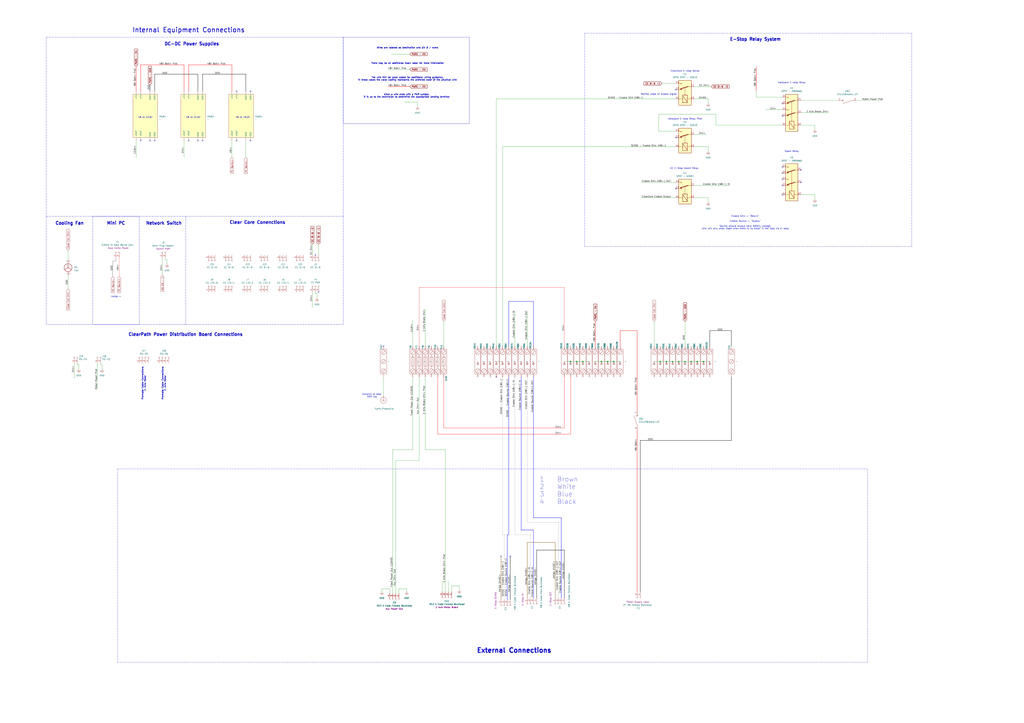
<source format=kicad_sch>
(kicad_sch (version 20231120) (generator "eeschema") (generator_version "8.0")
  (paper "A1")
  (lib_symbols
    (symbol "Connector:Conn_01x02_Socket" (pin_names (offset 1.016) hide)
      (property "Reference" "J" (at 0 2.54 0))
      (property "Value" "Conn_01x02_Socket" (at 0 -5.08 0))
      (symbol "Conn_01x02_Socket_1_1"
        (pin passive line (at -5.08 0 0) (length 3.81) (name "Pin_1") (number "1"))
        (pin passive line (at -5.08 -2.54 0) (length 3.81) (name "Pin_2") (number "2"))
      )
    )
    (symbol "Connector:Conn_01x03_Socket" (pin_names (offset 1.016) hide)
      (property "Reference" "J" (at 0 5.08 0))
      (property "Value" "Conn_01x03_Socket" (at 0 -5.08 0))
      (symbol "Conn_01x03_Socket_1_1"
        (pin passive line (at -5.08 2.54 0) (length 3.81) (name "Pin_1") (number "1"))
        (pin passive line (at -5.08 0 0) (length 3.81) (name "Pin_2") (number "2"))
        (pin passive line (at -5.08 -2.54 0) (length 3.81) (name "Pin_3") (number "3"))
      )
    )
    (symbol "Connector:Conn_01x04_Socket" (pin_names (offset 1.016) hide)
      (property "Reference" "J" (at 0 5.08 0))
      (property "Value" "Conn_01x04_Socket" (at 0 -7.62 0))
      (symbol "Conn_01x04_Socket_1_1"
        (pin passive line (at -5.08 2.54 0) (length 3.81) (name "Pin_1") (number "1"))
        (pin passive line (at -5.08 0 0) (length 3.81) (name "Pin_2") (number "2"))
        (pin passive line (at -5.08 -2.54 0) (length 3.81) (name "Pin_3") (number "3"))
        (pin passive line (at -5.08 -5.08 0) (length 3.81) (name "Pin_4") (number "4"))
      )
    )
    (symbol "Device:CircuitBreaker_1P"
      (property "Reference" "CB" (at 1.905 0 0))
      (property "Value" "CircuitBreaker_1P" (at 1.905 1.905 0))
      (symbol "CircuitBreaker_1P_1_1"
        (pin passive line (at 0 7.62 270) (length 2.54) (name "~") (number "1"))
        (pin passive line (at 0 -7.62 90) (length 2.54) (name "~") (number "2"))
      )
    )
    (symbol "Motor:Fan" (pin_names (offset 0))
      (property "Reference" "M" (at 2.54 5.08 0))
      (property "Value" "Fan" (at 2.54 -2.54 0))
      (symbol "Fan_1_1"
        (pin passive line (at 0 7.62 270) (length 2.54) (name "+") (number "1"))
        (pin passive line (at 0 -5.08 90) (length 2.54) (name "-") (number "2"))
      )
    )
    (symbol "PSA:Flex_Converter"
      (property "Reference" "PWR" (at 0 0.254 0))
      (symbol "Flex_Converter_1_1"
        (pin input line (at -7.62 20.32 270) (length 2.54) (name "+IN") (number ""))
        (pin input line (at -3.81 20.32 270) (length 2.54) (name "+IN") (number ""))
        (pin output line (at -7.62 -20.32 90) (length 2.54) (name "+OUT") (number ""))
        (pin output line (at -3.81 -20.32 90) (length 2.54) (name "+OUT") (number ""))
        (pin output line (at 3.81 -20.32 90) (length 2.54) (name "GND") (number ""))
        (pin input line (at 3.81 20.32 270) (length 2.54) (name "GND") (number ""))
        (pin output line (at 7.62 -20.32 90) (length 2.54) (name "GND") (number ""))
        (pin input line (at 7.62 20.32 270) (length 2.54) (name "GND") (number ""))
      )
    )
    (symbol "PSA:Fused_Terminal_Block" (pin_numbers hide) (pin_names (offset 0) hide)
      (property "Reference" "F" (at -1.905 12.065 90))
      (symbol "Fused_Terminal_Block_1_1"
        (pin passive line (at 0 -12.7 90) (length 2.54) (name "") (number ""))
        (pin passive line (at 0 12.7 270) (length 2.54) (name "") (number ""))
      )
    )
    (symbol "PSA:Grounding_Terminal_Block" (pin_numbers hide) (pin_names (offset 0) hide)
      (property "Reference" "GB" (at -1.905 12.065 90))
      (symbol "Grounding_Terminal_Block_1_1"
        (pin passive line (at 0 -12.7 90) (length 2.54) (name "") (number ""))
        (pin passive line (at 0 12.7 270) (length 2.54) (name "") (number ""))
      )
    )
    (symbol "PSA:Passthrough_Terminal_Block" (pin_numbers hide) (pin_names (offset 0) hide)
      (property "Reference" "TB" (at -2.54 12.7 90))
      (symbol "Passthrough_Terminal_Block_1_1"
        (pin passive line (at 0 -12.7 90) (length 2.54) (name "") (number ""))
        (pin passive line (at 0 12.7 270) (length 2.54) (name "") (number ""))
        (pin passive inverted (at 0 0 270) (length 2.54) (name "Jumper") (number ""))
      )
      (symbol "Passthrough_Terminal_Block_2_1"
        (pin passive line (at 0 -12.7 90) (length 2.54) (name "") (number ""))
        (pin passive line (at 0 12.7 270) (length 2.54) (name "") (number ""))
        (pin passive inverted (at 0 0 270) (length 2.54) (name "Jumper") (number "-UB"))
      )
      (symbol "Passthrough_Terminal_Block_3_1"
        (pin passive line (at 0 -12.7 90) (length 2.54) (name "") (number ""))
        (pin passive line (at 0 12.7 270) (length 2.54) (name "") (number ""))
        (pin passive inverted (at 0 0 270) (length 2.54) (name "Jumper") (number "-UC"))
      )
    )
    (symbol "Passthrough_Terminal_Block_1" (pin_numbers hide) (pin_names (offset 0) hide)
      (property "Reference" "TB1" (at -2.54 12.7 90))
      (property "Value" "~" (at 3.81 0 0))
      (symbol "Passthrough_Terminal_Block_1_1_1"
        (pin passive line (at 0 -12.7 90) (length 2.54) (name "") (number ""))
        (pin passive line (at 0 12.7 270) (length 2.54) (name "") (number ""))
        (pin passive inverted (at 0 0 270) (length 2.54) (name "Jumper") (number ""))
      )
      (symbol "Passthrough_Terminal_Block_1_2_1"
        (pin passive line (at 0 -12.7 90) (length 2.54) (name "") (number ""))
        (pin passive line (at 0 12.7 270) (length 2.54) (name "") (number ""))
        (pin passive inverted (at 0 0 270) (length 2.54) (name "Jumper") (number "-UB"))
      )
      (symbol "Passthrough_Terminal_Block_1_3_1"
        (pin passive line (at 0 -12.7 90) (length 2.54) (name "") (number ""))
        (pin passive line (at 0 12.7 270) (length 2.54) (name "") (number ""))
        (pin passive inverted (at 0 0 270) (length 2.54) (name "Jumper") (number "-UC"))
      )
    )
    (symbol "Passthrough_Terminal_Block_2" (pin_numbers hide) (pin_names (offset 0) hide)
      (property "Reference" "TB1" (at -2.54 12.7 90))
      (property "Value" "~" (at 3.81 0 0))
      (symbol "Passthrough_Terminal_Block_2_1_1"
        (pin passive line (at 0 -12.7 90) (length 2.54) (name "") (number ""))
        (pin passive line (at 0 12.7 270) (length 2.54) (name "") (number ""))
        (pin passive inverted (at 0 0 270) (length 2.54) (name "Jumper") (number ""))
      )
      (symbol "Passthrough_Terminal_Block_2_2_1"
        (pin passive line (at 0 -12.7 90) (length 2.54) (name "") (number ""))
        (pin passive line (at 0 12.7 270) (length 2.54) (name "") (number ""))
        (pin passive inverted (at 0 0 270) (length 2.54) (name "Jumper") (number "-UB"))
      )
      (symbol "Passthrough_Terminal_Block_2_3_1"
        (pin passive line (at 0 -12.7 90) (length 2.54) (name "") (number ""))
        (pin passive line (at 0 12.7 270) (length 2.54) (name "") (number ""))
        (pin passive inverted (at 0 0 270) (length 2.54) (name "Jumper") (number "-UC"))
      )
    )
    (symbol "Passthrough_Terminal_Block_3" (pin_numbers hide) (pin_names (offset 0) hide)
      (property "Reference" "TB1" (at -2.54 12.7 90))
      (property "Value" "~" (at 3.81 0 0))
      (symbol "Passthrough_Terminal_Block_3_1_1"
        (pin passive line (at 0 -12.7 90) (length 2.54) (name "") (number ""))
        (pin passive line (at 0 12.7 270) (length 2.54) (name "") (number ""))
        (pin passive inverted (at 0 0 270) (length 2.54) (name "Jumper") (number ""))
      )
      (symbol "Passthrough_Terminal_Block_3_2_1"
        (pin passive line (at 0 -12.7 90) (length 2.54) (name "") (number ""))
        (pin passive line (at 0 12.7 270) (length 2.54) (name "") (number ""))
        (pin passive inverted (at 0 0 270) (length 2.54) (name "Jumper") (number "-UB"))
      )
      (symbol "Passthrough_Terminal_Block_3_3_1"
        (pin passive line (at 0 -12.7 90) (length 2.54) (name "") (number ""))
        (pin passive line (at 0 12.7 270) (length 2.54) (name "") (number ""))
        (pin passive inverted (at 0 0 270) (length 2.54) (name "Jumper") (number "-UC"))
      )
    )
    (symbol "Relay:Relay_DPDT"
      (property "Reference" "K" (at 16.51 3.81 0))
      (property "Value" "Relay_DPDT" (at 16.51 1.27 0))
      (symbol "Relay_DPDT_1_1"
        (pin passive line (at 0 -7.62 90) (length 2.54) (name "~") (number "11"))
        (pin passive line (at -2.54 7.62 270) (length 2.54) (name "~") (number "12"))
        (pin passive line (at 2.54 7.62 270) (length 2.54) (name "~") (number "14"))
        (pin passive line (at 10.16 -7.62 90) (length 2.54) (name "~") (number "21"))
        (pin passive line (at 7.62 7.62 270) (length 2.54) (name "~") (number "22"))
        (pin passive line (at 12.7 7.62 270) (length 2.54) (name "~") (number "24"))
        (pin passive line (at -10.16 7.62 270) (length 2.54) (name "~") (number "A1"))
        (pin passive line (at -10.16 -7.62 90) (length 2.54) (name "~") (number "A2"))
      )
    )
    (symbol "Relay:Relay_SPDT"
      (property "Reference" "K" (at 11.43 3.81 0))
      (property "Value" "Relay_SPDT" (at 11.43 1.27 0))
      (symbol "Relay_SPDT_1_1"
        (pin passive line (at 5.08 -7.62 90) (length 2.54) (name "~") (number "11"))
        (pin passive line (at 2.54 7.62 270) (length 2.54) (name "~") (number "12"))
        (pin passive line (at 7.62 7.62 270) (length 2.54) (name "~") (number "14"))
        (pin passive line (at -5.08 7.62 270) (length 2.54) (name "~") (number "A1"))
        (pin passive line (at -5.08 -7.62 90) (length 2.54) (name "~") (number "A2"))
      )
    )
    (symbol "power:Earth_Protective" (power) (pin_numbers hide) (pin_names (offset 0) hide)
      (property "Value" "Earth_Protective" (at 0 -7.62 0))
      (symbol "Earth_Protective_1_1"
        (pin power_in line (at 0 0 270) (length 0) (name "~") (number "1"))
      )
    )
    (symbol "power:GND" (power) (pin_numbers hide) (pin_names (offset 0) hide)
      (property "Value" "GND" (at 0 -3.81 0))
      (symbol "GND_1_1"
        (pin power_in line (at 0 0 270) (length 0) (name "~") (number "1"))
      )
    )
  )
  (junction (at 468.63 297.18))
  (junction (at 562.61 297.18))
  (junction (at 552.45 297.18))
  (junction (at 577.85 297.18))
  (junction (at 572.77 297.18))
  (junction (at 567.69 297.18))
  (junction (at 473.71 297.18))
  (junction (at 499.11 297.18))
  (junction (at 478.79 297.18))
  (junction (at 542.29 297.18))
  (junction (at 494.03 297.18))
  (junction (at 547.37 297.18))
  (junction (at 557.53 297.18))
  (junction (at 504.19 297.18))
  (no_connect (at 115.57 115.57))
  (no_connect (at 166.37 115.57))
  (no_connect (at 411.48 457.2))
  (no_connect (at 554.99 154.94))
  (no_connect (at 194.31 74.93))
  (no_connect (at 205.74 74.93))
  (no_connect (at 642.62 147.32))
  (no_connect (at 162.56 115.57))
  (no_connect (at 419.1 457.2))
  (no_connect (at 642.62 85.09))
  (no_connect (at 657.86 139.7))
  (no_connect (at 657.86 149.86))
  (no_connect (at 314.96 284.48))
  (no_connect (at 642.62 152.4))
  (no_connect (at 123.19 115.57))
  (no_connect (at 194.31 115.57))
  (no_connect (at 554.99 73.66))
  (no_connect (at 642.62 160.02))
  (no_connect (at 261.62 240.03))
  (no_connect (at 554.99 113.03))
  (no_connect (at 642.62 95.25))
  (no_connect (at 205.74 115.57))
  (no_connect (at 642.62 137.16))
  (no_connect (at 259.08 209.55))
  (no_connect (at 154.94 115.57))
  (no_connect (at 127 115.57))
  (no_connect (at 642.62 142.24))
  (no_connect (at 407.67 309.88))
  (wire (pts (xy 570.23 152.4) (xy 599.44 152.4)))
  (wire (pts (xy 127 60.96) (xy 127 74.93)) (stroke (width 0.254) (color 0 0 0 1)))
  (wire (pts (xy 55.88 205.74) (xy 55.88 213.36)))
  (polyline (pts (xy 152.4 177.8) (xy 152.4 266.7)) (stroke (width 0) (type dash)))
  (wire (pts (xy 359.41 356.87) (xy 468.63 356.87)) (stroke (width 0.2032) (color 255 0 0 1)))
  (wire (pts (xy 63.5 299.72) (xy 64.77 299.72)))
  (wire (pts (xy 97.79 227.33) (xy 97.79 212.09)) (stroke (width 0.127) (color 255 0 0 1)))
  (polyline (pts (xy 712.47 385.445) (xy 712.47 544.195)) (stroke (width 0) (type dash)))
  (wire (pts (xy 327.66 483.87) (xy 327.66 487.68)))
  (wire (pts (xy 55.88 226.06) (xy 55.88 237.49)))
  (wire (pts (xy 321.31 44.45) (xy 336.55 44.45)))
  (wire (pts (xy 468.63 297.18) (xy 473.71 297.18)))
  (wire (pts (xy 600.71 284.48) (xy 600.71 271.78)) (stroke (width 0.254) (color 0 0 0 1)))
  (polyline (pts (xy 152.4 266.7) (xy 76.2 266.7)) (stroke (width 0) (type dash)))
  (wire (pts (xy 458.47 429.26) (xy 433.07 429.26)) (stroke (width 0.254) (type dot) (color 0 0 0 1)))
  (wire (pts (xy 256.54 200.66) (xy 256.54 209.55)))
  (wire (pts (xy 359.41 309.88) (xy 359.41 356.87)) (stroke (width 0.2032) (color 255 0 0 1)))
  (wire (pts (xy 562.61 264.16) (xy 562.61 284.48)))
  (wire (pts (xy 588.01 102.87) (xy 588.01 93.98)))
  (polyline (pts (xy 281.94 177.8) (xy 281.94 266.7)) (stroke (width 0) (type dash)))
  (wire (pts (xy 407.67 284.48) (xy 407.67 81.28)))
  (wire (pts (xy 525.78 361.95) (xy 525.78 486.41)) (stroke (width 0.254) (color 0 0 0 1)))
  (wire (pts (xy 162.56 74.93) (xy 162.56 60.96)) (stroke (width 0.254) (color 0 0 0 1)))
  (wire (pts (xy 256.54 240.03) (xy 256.54 252.73)))
  (wire (pts (xy 557.53 297.18) (xy 562.61 297.18)))
  (wire (pts (xy 349.25 254) (xy 349.25 284.48)))
  (wire (pts (xy 111.76 115.57) (xy 111.76 129.54)))
  (wire (pts (xy 201.93 60.96) (xy 166.37 60.96)) (stroke (width 0.254) (color 0 0 0 1)))
  (wire (pts (xy 344.17 284.48) (xy 344.17 236.22)) (stroke (width 0) (color 255 0 0 1)))
  (wire (pts (xy 80.01 298.45) (xy 80.01 320.04)))
  (wire (pts (xy 473.71 297.18) (xy 478.79 297.18)))
  (wire (pts (xy 570.23 81.28) (xy 581.66 81.28)))
  (wire (pts (xy 504.19 297.18) (xy 509.27 297.18)))
  (wire (pts (xy 543.56 68.58) (xy 554.99 68.58)))
  (polyline (pts (xy 38.1 177.8) (xy 38.1 266.7)) (stroke (width 0) (type dash)))
  (wire (pts (xy 83.82 299.72) (xy 83.82 303.53)))
  (wire (pts (xy 414.02 439.42) (xy 412.75 439.42)) (stroke (width 0.254) (type dot) (color 0 0 0 1)))
  (wire (pts (xy 463.55 351.79) (xy 364.49 351.79)) (stroke (width 0.2032) (color 255 0 0 1)))
  (wire (pts (xy 433.07 445.77) (xy 455.93 445.77)) (stroke (width 0.254) (color 128 77 0 1)))
  (wire (pts (xy 582.93 271.78) (xy 582.93 284.48)) (stroke (width 0.254) (color 0 0 0 1)))
  (wire (pts (xy 527.05 149.86) (xy 554.99 149.86)))
  (wire (pts (xy 115.57 53.34) (xy 151.13 53.34)) (stroke (width 0.254) (color 255 0 0 1)))
  (wire (pts (xy 600.71 309.88) (xy 600.71 361.95)) (stroke (width 0.254) (color 0 0 0 1)))
  (polyline (pts (xy 38.1 30.48) (xy 38.1 177.8)) (stroke (width 0) (type dash)))
  (wire (pts (xy 201.93 74.93) (xy 201.93 60.96)) (stroke (width 0.254) (color 0 0 0 1)))
  (wire (pts (xy 82.55 298.45) (xy 82.55 299.72)))
  (wire (pts (xy 523.24 271.78) (xy 523.24 337.82)) (stroke (width 0.254) (color 255 0 0 1)))
  (wire (pts (xy 416.56 439.42) (xy 416.56 492.76)) (stroke (width 0.254) (color 0 0 255 1)))
  (wire (pts (xy 581.66 81.28) (xy 581.66 85.09)))
  (wire (pts (xy 318.77 57.15) (xy 336.55 57.15)))
  (polyline (pts (xy 96.52 385.445) (xy 96.52 544.195)) (stroke (width 0) (type dash)))
  (wire (pts (xy 92.71 214.63) (xy 92.71 227.33)) (stroke (width 0.127) (color 0 0 0 1)))
  (wire (pts (xy 344.17 236.22) (xy 463.55 236.22)) (stroke (width 0) (color 255 0 0 1)))
  (wire (pts (xy 570.23 110.49) (xy 580.39 110.49)))
  (wire (pts (xy 412.75 309.88) (xy 412.75 439.42)) (stroke (width 0.254) (type dot) (color 0 0 0 1)))
  (wire (pts (xy 154.94 53.34) (xy 154.94 74.93)) (stroke (width 0.254) (color 255 0 0 1)))
  (polyline (pts (xy 114.3 177.8) (xy 114.3 266.7)) (stroke (width 0) (type dash)))
  (wire (pts (xy 463.55 309.88) (xy 463.55 351.79)) (stroke (width 0.2032) (color 255 0 0 1)))
  (polyline (pts (xy 281.94 177.8) (xy 281.94 30.48)) (stroke (width 0) (type dash)))
  (wire (pts (xy 190.5 53.34) (xy 190.5 74.93)) (stroke (width 0.254) (color 255 0 0 1)))
  (wire (pts (xy 433.07 445.77) (xy 433.07 491.49)) (stroke (width 0.254) (color 128 77 0 1)))
  (polyline (pts (xy 712.47 544.195) (xy 96.52 544.195)) (stroke (width 0) (type dash)))
  (wire (pts (xy 537.21 264.16) (xy 537.21 284.48)))
  (wire (pts (xy 412.75 120.65) (xy 554.99 120.65)))
  (wire (pts (xy 433.07 429.26) (xy 433.07 309.88)) (stroke (width 0.254) (type dot) (color 0 0 0 1)))
  (polyline (pts (xy 281.94 30.48) (xy 38.1 30.48)) (stroke (width 0) (type dash)))
  (wire (pts (xy 669.29 160.02) (xy 669.29 163.83)))
  (wire (pts (xy 137.16 213.36) (xy 137.16 217.17)))
  (wire (pts (xy 523.24 353.06) (xy 523.24 486.41)) (stroke (width 0.254) (color 255 0 0 1)))
  (wire (pts (xy 422.91 439.42) (xy 422.91 309.88)) (stroke (width 0.254) (type dot) (color 0 0 0 1)))
  (wire (pts (xy 135.89 213.36) (xy 137.16 213.36)))
  (wire (pts (xy 111.76 54.61) (xy 111.76 74.93)) (stroke (width 0.254) (color 255 0 0 1)))
  (wire (pts (xy 320.04 483.87) (xy 320.04 487.68)))
  (wire (pts (xy 259.08 241.3) (xy 260.35 241.3)))
  (wire (pts (xy 414.02 439.42) (xy 414.02 492.76)) (stroke (width 0.254) (type dot) (color 0 0 0 1)))
  (wire (pts (xy 488.95 264.16) (xy 488.95 284.48)) (stroke (width 0.254) (color 255 0 0 1)))
  (wire (pts (xy 313.69 483.87) (xy 320.04 483.87)))
  (wire (pts (xy 314.96 309.88) (xy 314.96 325.12)))
  (wire (pts (xy 411.48 457.2) (xy 411.48 492.76)) (stroke (width 0.254) (color 128 77 0 1)))
  (wire (pts (xy 95.25 212.09) (xy 95.25 214.63)) (stroke (width 0.127) (color 0 0 0 1)))
  (wire (pts (xy 135.89 212.09) (xy 135.89 213.36)))
  (wire (pts (xy 259.08 240.03) (xy 259.08 241.3)))
  (wire (pts (xy 349.25 309.88) (xy 349.25 369.57)))
  (polyline (pts (xy 281.94 266.7) (xy 152.4 266.7)) (stroke (width 0) (type dash)))
  (wire (pts (xy 657.86 82.55) (xy 688.34 82.55)))
  (wire (pts (xy 642.62 102.87) (xy 588.01 102.87)))
  (wire (pts (xy 325.12 378.46) (xy 344.17 378.46)))
  (wire (pts (xy 570.23 71.12) (xy 584.2 71.12)))
  (wire (pts (xy 440.69 452.12) (xy 440.69 491.49)) (stroke (width 0.254) (color 0 0 0 1)))
  (wire (pts (xy 344.17 378.46) (xy 344.17 309.88)))
  (wire (pts (xy 478.79 297.18) (xy 483.87 297.18)))
  (polyline (pts (xy 748.665 202.565) (xy 480.06 202.565)) (stroke (width 0) (type dash)))
  (wire (pts (xy 325.12 378.46) (xy 325.12 487.68)))
  (wire (pts (xy 438.15 435.61) (xy 438.15 491.49)) (stroke (width 0.254) (color 0 0 255 1)))
  (wire (pts (xy 201.93 115.57) (xy 201.93 129.54)))
  (wire (pts (xy 364.49 351.79) (xy 364.49 309.88)) (stroke (width 0.2032) (color 255 0 0 1)))
  (wire (pts (xy 261.62 200.66) (xy 261.62 209.55)))
  (wire (pts (xy 463.55 452.12) (xy 463.55 491.49)) (stroke (width 0.254) (color 0 0 0 1)))
  (polyline (pts (xy 76.2 177.8) (xy 76.2 266.7)) (stroke (width 0) (type dash)))
  (wire (pts (xy 407.67 81.28) (xy 554.99 81.28)))
  (wire (pts (xy 488.95 297.18) (xy 494.03 297.18)))
  (wire (pts (xy 567.69 297.18) (xy 572.77 297.18)))
  (wire (pts (xy 468.63 309.88) (xy 468.63 356.87)) (stroke (width 0.2032) (color 255 0 0 1)))
  (polyline (pts (xy 281.94 30.48) (xy 385.445 30.48)) (stroke (width 0) (type solid)))
  (wire (pts (xy 260.35 241.3) (xy 260.35 245.11)))
  (polyline (pts (xy 480.06 27.305) (xy 480.06 202.565)) (stroke (width 0) (type dash)))
  (wire (pts (xy 342.9 83.82) (xy 342.9 87.63)))
  (wire (pts (xy 318.77 71.12) (xy 336.55 71.12)) (stroke (width 0.254) (color 255 0 0 1)))
  (wire (pts (xy 562.61 297.18) (xy 567.69 297.18)))
  (wire (pts (xy 417.83 247.65) (xy 438.15 247.65)) (stroke (width 0.254) (color 0 0 255 1)))
  (wire (pts (xy 463.55 297.18) (xy 468.63 297.18)))
  (wire (pts (xy 657.86 102.87) (xy 669.29 102.87)))
  (wire (pts (xy 621.03 80.01) (xy 642.62 80.01)))
  (wire (pts (xy 127 60.96) (xy 162.56 60.96)) (stroke (width 0.254) (color 0 0 0 1)))
  (polyline (pts (xy 385.445 30.48) (xy 385.445 101.6)) (stroke (width 0) (type solid)))
  (wire (pts (xy 339.09 262.89) (xy 339.09 284.48)))
  (wire (pts (xy 60.96 298.45) (xy 60.96 311.15)))
  (wire (pts (xy 552.45 297.18) (xy 557.53 297.18)))
  (wire (pts (xy 339.09 369.57) (xy 339.09 309.88)))
  (wire (pts (xy 461.01 425.45) (xy 438.15 425.45)) (stroke (width 0.254) (color 0 0 255 1)))
  (wire (pts (xy 368.3 477.52) (xy 368.3 486.41)))
  (wire (pts (xy 365.76 369.57) (xy 349.25 369.57)))
  (wire (pts (xy 588.01 93.98) (xy 541.02 93.98)))
  (wire (pts (xy 458.47 429.26) (xy 458.47 491.49)) (stroke (width 0.254) (type dot) (color 0 0 0 1)))
  (wire (pts (xy 577.85 297.18) (xy 582.93 297.18)))
  (wire (pts (xy 541.02 93.98) (xy 541.02 107.95)))
  (wire (pts (xy 542.29 297.18) (xy 547.37 297.18)))
  (wire (pts (xy 525.78 361.95) (xy 600.71 361.95)) (stroke (width 0.254) (color 0 0 0 1)))
  (wire (pts (xy 509.27 271.78) (xy 509.27 284.48)) (stroke (width 0.254) (color 255 0 0 1)))
  (wire (pts (xy 581.66 120.65) (xy 581.66 124.46)))
  (wire (pts (xy 151.13 115.57) (xy 151.13 129.54)))
  (wire (pts (xy 657.86 160.02) (xy 669.29 160.02)))
  (wire (pts (xy 63.5 298.45) (xy 63.5 299.72)))
  (wire (pts (xy 166.37 60.96) (xy 166.37 74.93)) (stroke (width 0.254) (color 0 0 0 1)))
  (wire (pts (xy 669.29 102.87) (xy 669.29 106.68)))
  (wire (pts (xy 322.58 369.57) (xy 339.09 369.57)))
  (polyline (pts (xy 748.665 27.305) (xy 748.665 202.565)) (stroke (width 0) (type dash)))
  (wire (pts (xy 499.11 297.18) (xy 504.19 297.18)))
  (wire (pts (xy 461.01 425.45) (xy 461.01 491.49)) (stroke (width 0.254) (color 0 0 255 1)))
  (wire (pts (xy 494.03 297.18) (xy 499.11 297.18)))
  (wire (pts (xy 327.66 483.87) (xy 334.01 483.87)))
  (wire (pts (xy 438.15 425.45) (xy 438.15 309.88)) (stroke (width 0.254) (color 0 0 255 1)))
  (wire (pts (xy 370.84 481.33) (xy 377.19 481.33)))
  (polyline (pts (xy 114.3 266.7) (xy 38.1 266.7)) (stroke (width 0) (type dash)))
  (wire (pts (xy 363.22 477.52) (xy 363.22 486.41)))
  (wire (pts (xy 190.5 115.57) (xy 190.5 129.54)))
  (wire (pts (xy 64.77 299.72) (xy 64.77 303.53)))
  (wire (pts (xy 427.99 435.61) (xy 427.99 309.88)) (stroke (width 0.254) (color 0 0 255 1)))
  (wire (pts (xy 621.03 54.61) (xy 621.03 74.93)) (stroke (width 0.254) (color 255 0 0 1)))
  (wire (pts (xy 417.83 284.48) (xy 417.83 247.65)) (stroke (width 0.254) (color 0 0 255 1)))
  (polyline (pts (xy 76.2 177.8) (xy 152.4 177.8)) (stroke (width 0) (type dash)))
  (wire (pts (xy 334.01 483.87) (xy 334.01 486.41)))
  (wire (pts (xy 438.15 247.65) (xy 438.15 284.48)) (stroke (width 0.254) (color 0 0 255 1)))
  (wire (pts (xy 407.67 297.18) (xy 412.75 297.18)))
  (polyline (pts (xy 281.94 30.48) (xy 281.94 101.6)) (stroke (width 0) (type dash)))
  (wire (pts (xy 365.76 369.57) (xy 365.76 486.41)))
  (wire (pts (xy 370.84 481.33) (xy 370.84 486.41)))
  (wire (pts (xy 151.13 53.34) (xy 151.13 74.93)) (stroke (width 0.254) (color 255 0 0 1)))
  (wire (pts (xy 703.58 82.55) (xy 725.17 82.55)))
  (wire (pts (xy 364.49 264.16) (xy 364.49 284.48)))
  (wire (pts (xy 523.24 271.78) (xy 509.27 271.78)) (stroke (width 0.254) (color 255 0 0 1)))
  (wire (pts (xy 417.83 439.42) (xy 417.83 309.88)) (stroke (width 0.254) (color 0 0 255 1)))
  (wire (pts (xy 412.75 120.65) (xy 412.75 284.48)))
  (wire (pts (xy 313.69 483.87) (xy 313.69 486.41)))
  (polyline (pts (xy 96.52 385.445) (xy 712.47 385.445)) (stroke (width 0) (type dash)))
  (wire (pts (xy 435.61 439.42) (xy 422.91 439.42)) (stroke (width 0.254) (type dot) (color 0 0 0 1)))
  (wire (pts (xy 416.56 439.42) (xy 417.83 439.42)) (stroke (width 0.254) (color 0 0 255 1)))
  (polyline (pts (xy 38.1 177.8) (xy 114.3 177.8)) (stroke (width 0) (type dash)))
  (wire (pts (xy 657.86 92.71) (xy 680.72 92.71)))
  (wire (pts (xy 115.57 53.34) (xy 115.57 74.93)) (stroke (width 0.254) (color 255 0 0 1)))
  (wire (pts (xy 455.93 445.77) (xy 455.93 491.49)) (stroke (width 0.254) (color 128 77 0 1)))
  (wire (pts (xy 463.55 236.22) (xy 463.55 284.48)) (stroke (width 0) (color 255 0 0 1)))
  (wire (pts (xy 322.58 369.57) (xy 322.58 487.68)))
  (wire (pts (xy 621.03 74.93) (xy 621.03 80.01)))
  (wire (pts (xy 433.07 255.27) (xy 433.07 284.48)))
  (wire (pts (xy 331.47 83.82) (xy 342.9 83.82)))
  (wire (pts (xy 82.55 299.72) (xy 83.82 299.72)))
  (wire (pts (xy 527.05 162.56) (xy 554.99 162.56)))
  (wire (pts (xy 377.19 481.33) (xy 377.19 485.14)))
  (wire (pts (xy 123.19 69.85) (xy 123.19 74.93)) (stroke (width 0.254) (color 0 0 0 1)))
  (wire (pts (xy 133.35 212.09) (xy 133.35 226.06)))
  (wire (pts (xy 95.25 214.63) (xy 92.71 214.63)) (stroke (width 0.127) (color 0 0 0 1)))
  (wire (pts (xy 435.61 439.42) (xy 435.61 491.49)) (stroke (width 0.254) (type dot) (color 0 0 0 1)))
  (wire (pts (xy 572.77 297.18) (xy 577.85 297.18)))
  (wire (pts (xy 581.66 162.56) (xy 581.66 166.37)))
  (polyline (pts (xy 152.4 177.8) (xy 281.94 177.8)) (stroke (width 0) (type dash)))
  (wire (pts (xy 570.23 162.56) (xy 581.66 162.56)))
  (polyline (pts (xy 385.445 101.6) (xy 281.94 101.6)) (stroke (width 0) (type solid)))
  (wire (pts (xy 547.37 297.18) (xy 552.45 297.18)))
  (wire (pts (xy 422.91 284.48) (xy 422.91 255.27)))
  (wire (pts (xy 440.69 452.12) (xy 463.55 452.12)) (stroke (width 0.254) (color 0 0 0 1)))
  (wire (pts (xy 600.71 271.78) (xy 582.93 271.78)) (stroke (width 0.254) (color 0 0 0 1)))
  (polyline (pts (xy 480.06 27.305) (xy 748.665 27.305)) (stroke (width 0) (type dash)))
  (wire (pts (xy 570.23 120.65) (xy 581.66 120.65)))
  (wire (pts (xy 438.15 435.61) (xy 427.99 435.61)) (stroke (width 0.254) (color 0 0 255 1)))
  (wire (pts (xy 628.65 90.17) (xy 642.62 90.17)))
  (wire (pts (xy 541.02 107.95) (xy 554.99 107.95)))
  (wire (pts (xy 537.21 297.18) (xy 542.29 297.18)))
  (wire (pts (xy 154.94 53.34) (xy 190.5 53.34)) (stroke (width 0.254) (color 255 0 0 1)))
  (wire (pts (xy 419.1 457.2) (xy 419.1 492.76)) (stroke (width 0.254) (color 0 0 0 1)))
  (text "Conenct to door\nGND lug" (at 305.435 325.12 0) (effects (font (size 1.27 1.27))))
  (text "DC-DC Power Supplies" (at 157.48 36.195 0) (effects (font (size 2.54 2.54) (thickness 0.508) (bold yes))))
  (text "Mini PC" (at 95.25 183.515 0) (effects (font (size 2.54 2.54) (thickness 0.508) (bold yes))))
  (text "Cooling Fan" (at 57.15 183.515 0) (effects (font (size 2.54 2.54) (thickness 0.508) (bold yes))))
  (text "ClearPath Power Distribution Board Connections" (at 152.4 274.955 0) (effects (font (size 2.54 2.54) (thickness 0.508) (bold yes))))
  (text "Network Switch" (at 134.62 183.515 0) (effects (font (size 2.54 2.54) (thickness 0.508) (bold yes))))
  (text "The wire MAY be color coded for additional wiring guidance,\nin these cases the color coding represents the prefered color of the physical wire" (at 334.645 64.77 0) (effects (font (size 1.27 1.27) (bold yes))))
  (text "Spare Relay" (at 650.24 124.46 0) (effects (font (size 1.27 1.27))))
  (text "Monitor state of enable signal" (at 541.02 77.47 0) (effects (font (size 1.27 1.27))))
  (text "There may be an additional black label for more information" (at 334.645 52.07 0) (effects (font (size 1.27 1.27) (bold yes))))
  (text "Internal Equipment Connections" (at 154.94 24.765 0) (effects (font (size 3.81 3.81) (thickness 0.508) (bold yes))))
  (text "1	Brown\n2	White\n3	Blue\n4	Black" (at 443.23 403.225 0) (effects (font (size 3.81 3.81)) (justify left)))
  (text "External Connections" (at 422.275 534.67 0) (effects (font (size 3.81 3.81) (bold yes))))
  (text "48 to 19.0V" (at 199.39 96.52 0) (effects (font (size 1.27 1.27))))
  (text "Premade Cable Connections\nX-Axis Motor" (at 118.11 314.96 90) (effects (font (size 1.27 1.27) (bold yes))))
  (text "Hardware E-stop Relay Pilot" (at 562.61 97.79 0) (effects (font (size 1.27 1.27))))
  (text "48 to 24.0V" (at 158.75 96.52 0) (effects (font (size 1.27 1.27))))
  (text "Clear Core Conenctions" (at 211.455 182.88 0) (effects (font (size 2.54 2.54) (thickness 0.508) (bold yes))))
  (text "Hardware E-stop Relay" (at 650.24 67.945 0) (effects (font (size 1.27 1.27))))
  (text "ClearCore E-stop Sense" (at 562.61 58.42 0) (effects (font (size 1.27 1.27))))
  (text "Enable Sink = \"Return\"\n\nEnable Source = \"Supply\"\n\nSource should always have battery voltage,\nsink will only show Vbatt when there is no break in the loop via E-stop" (at 612.14 182.88 0) (effects (font (size 1.27 1.27))))
  (text "When a wire ends with a PWR symbol,\nit is up to the technician to determine the appropriate landing terminal" (at 334.01 78.74 0) (effects (font (size 1.27 1.27) (bold yes))))
  (text "48 to 12.6V" (at 119.38 96.52 0) (effects (font (size 1.27 1.27))))
  (text "CC E-Stop Assert Relay" (at 561.975 138.43 0) (effects (font (size 1.27 1.27))))
  (text "Premade Cable Connections\nZ-Axis Motor" (at 134.62 314.96 90) (effects (font (size 1.27 1.27) (bold yes))))
  (text "Inside +" (at 95.25 243.84 0) (effects (font (size 1.27 1.27))))
  (text "E-Stop Relay System" (at 620.395 32.385 0) (effects (font (size 2.54 2.54) (thickness 0.508) (bold yes))))
  (text "Wires are labeled as destination and pin # / name" (at 334.645 39.37 0) (effects (font (size 1.27 1.27) (bold yes))))
  (label "48V Batt+ Prot" (at 488.95 280.67 90))
  (label "24V+" (at 344.17 271.78 90))
  (label "Enable Sink (48V-) IN" (at 435.61 466.09 270))
  (label "SENSE - Enable Sink (48V-)" (at 499.11 81.28 0))
  (label "19V+" (at 97.79 217.17 270))
  (label "GND" (at 92.71 222.25 90))
  (label "SENSE - Enable Sink (48V-)" (at 414.02 490.22 90))
  (label "48V Batt+ Prot" (at 621.03 71.12 90))
  (label "Z Axis Brake 24V+" (at 680.72 92.71 180))
  (label "Enable Sink (48V-) OUT" (at 527.05 149.86 0))
  (label "24V+" (at 455.93 356.87 0))
  (label "Amiga 24VDC+" (at 433.07 466.09 270))
  (label "24V+" (at 256.54 247.65 90))
  (label "24V+" (at 455.93 351.79 0))
  (label "SENSE - Enable Sink (48V-)" (at 518.16 120.65 0))
  (label "Enable Source (48V+) IN" (at 427.99 312.42 270))
  (label "12.6V+" (at 339.09 273.05 90))
  (label "Enable Source (48V+) OUT" (at 461.01 461.01 270))
  (label "ClearCore Enable Output" (at 527.05 162.56 0))
  (label "19V+" (at 190.5 120.65 270))
  (label "Z Axis Brake 24V+ Prot" (at 349.25 340.36 90))
  (label "SENSE - Enable Sink (48V-)" (at 412.75 340.36 90))
  (label "Motor Power Prot" (at 725.17 82.55 180))
  (label "Motor Power Prot" (at 80.01 320.04 90))
  (label "Flash Power Out 12.6VDC" (at 339.09 341.63 90))
  (label "GND" (at 55.88 229.87 270))
  (label "Flash Power Out 12.6VDC" (at 322.58 482.6 90))
  (label "Amiga 24VDC+" (at 455.93 461.01 270))
  (label "Enable Source (48V+) IN" (at 438.15 466.09 270))
  (label "Z Axis Brake 24V+ Prot" (at 365.76 478.79 90))
  (label "48V Batt+ Prot" (at 318.77 57.15 0))
  (label "GND" (at 532.13 361.95 0))
  (label "48V Batt+ Prot" (at 523.24 325.12 90))
  (label "Aux 24V+ Out" (at 325.12 481.33 90))
  (label "48V Batt+" (at 523.24 370.84 90))
  (label "48V Batt+ Prot" (at 111.76 71.12 90))
  (label "GND" (at 176.53 60.96 0))
  (label "24V+" (at 133.35 217.17 270))
  (label "Enable Sink (48V-) IN" (at 599.44 152.4 180))
  (label "Aux 24V+ Out" (at 344.17 340.36 90))
  (label "Enable Sink (48V-) IN" (at 422.91 255.27 270))
  (label "Enable Sink (48V-) IN" (at 422.91 312.42 270))
  (label "48V Batt+ Prot" (at 318.77 71.12 0))
  (label "24V+" (at 463.55 271.78 90))
  (label "GND" (at 133.35 60.96 0))
  (label "48V Batt+ Prot" (at 170.18 53.34 0))
  (label "Enable Sink (48V-) OUT" (at 433.07 255.27 270))
  (label "GND" (at 562.61 279.4 90))
  (label "CC 24V+" (at 256.54 209.55 90))
  (label "Amiga 24VDC-" (at 463.55 461.01 270))
  (label "24V+" (at 574.04 110.49 0))
  (label "Amiga 24VDC-" (at 440.69 466.09 270))
  (label "Enable Sink (48V-) OUT" (at 458.47 461.01 270))
  (label "SENSE - Enable Source (48V+)" (at 416.56 490.22 90))
  (label "48V Batt+ Prot" (at 130.81 53.34 0))
  (label "CC 24V+" (at 574.04 71.12 0))
  (label "Amiga 24VDC-" (at 419.1 486.41 90))
  (label "24V+" (at 632.46 90.17 0))
  (label "SENSE - Enable Source (48V+)" (at 417.83 342.9 90))
  (label "Enable Source (48V+) OUT" (at 438.15 312.42 270))
  (label "12.6V+" (at 111.76 119.38 270))
  (label "GND" (at 589.28 271.78 0))
  (label "GND" (at 123.19 73.66 90))
  (label "Z Axis Brake 24V+" (at 349.25 254 270))
  (label "24V+" (at 151.13 120.65 270))
  (label "24VDC-" (at 581.66 81.28 180))
  (label "Amiga 24VDC+" (at 411.48 486.41 90))
  (label "24V+" (at 60.96 306.07 90))
  (label "Enable Sink (48V-) OUT" (at 433.07 312.42 270))
  (global_label "Case Fan 24V+" (shape input) (at 55.88 205.74 90) (property "Intersheetrefs" "${INTERSHEET_REFS}" (effects (hide yes))))
  (global_label "PWR1 - GND" (shape input) (at 562.61 264.16 90) (effects (font (bold yes))) (property "Intersheetrefs" "${INTERSHEET_REFS}" (effects (hide yes))))
  (global_label "CC DI-6 -3" (shape input) (at 256.54 200.66 90) (effects (font (bold yes))) (property "Intersheetrefs" "${INTERSHEET_REFS}" (effects (hide yes))))
  (global_label "CC DI-6 -1" (shape input) (at 543.56 68.58 180) (effects (font (bold yes))) (property "Intersheetrefs" "${INTERSHEET_REFS}" (effects (hide yes))))
  (global_label "PC Barrel+" (shape input) (at 97.79 227.33 270) (property "Intersheetrefs" "${INTERSHEET_REFS}" (effects (hide yes))))
  (global_label "PWR1 - Vin" (shape input) (at 336.55 44.45 0) (effects (font (bold yes))) (property "Intersheetrefs" "${INTERSHEET_REFS}" (effects (hide yes))))
  (global_label "CC DI-6 -3" (shape input) (at 584.2 71.12 0) (effects (font (bold yes))) (property "Intersheetrefs" "${INTERSHEET_REFS}" (effects (hide yes))))
  (global_label "PWR1 - Vin" (shape input) (at 336.55 57.15 0) (effects (font (bold yes))) (property "Intersheetrefs" "${INTERSHEET_REFS}" (effects (hide yes))))
  (global_label "CC DI-6 -1" (shape input) (at 261.62 200.66 90) (effects (font (bold yes))) (property "Intersheetrefs" "${INTERSHEET_REFS}" (effects (hide yes))))
  (global_label "Case Fan 24V-" (shape input) (at 55.88 237.49 270) (property "Intersheetrefs" "${INTERSHEET_REFS}" (effects (hide yes))))
  (global_label "PWR1 - Vin" (shape input) (at 488.95 264.16 90) (effects (font (bold yes))) (property "Intersheetrefs" "${INTERSHEET_REFS}" (effects (hide yes))))
  (global_label "PC Barrel-" (shape input) (at 92.71 227.33 270) (property "Intersheetrefs" "${INTERSHEET_REFS}" (effects (hide yes))))
  (global_label "NW SW - 1" (shape input) (at 133.35 226.06 270) (property "Intersheetrefs" "${INTERSHEET_REFS}" (effects (hide yes))))
  (global_label "PC Barrel-" (shape input) (at 201.93 129.54 270) (property "Intersheetrefs" "${INTERSHEET_REFS}" (effects (hide yes))))
  (global_label "PWR1 - Vin" (shape input) (at 111.76 54.61 90) (effects (font (bold yes))) (property "Intersheetrefs" "${INTERSHEET_REFS}" (effects (hide yes))))
  (global_label "PWR1 - Vin" (shape input) (at 336.55 71.12 0) (effects (font (bold yes))) (property "Intersheetrefs" "${INTERSHEET_REFS}" (effects (hide yes))))
  (global_label "PC Barrel+" (shape input) (at 190.5 129.54 270) (property "Intersheetrefs" "${INTERSHEET_REFS}" (effects (hide yes))))
  (global_label "Case Fan 24V-" (shape input) (at 537.21 264.16 90) (property "Intersheetrefs" "${INTERSHEET_REFS}" (effects (hide yes))))
  (global_label "Case Fan 24V+" (shape input) (at 364.49 264.16 90) (property "Intersheetrefs" "${INTERSHEET_REFS}" (effects (hide yes))))
  (global_label "PWR1 - GND" (shape input) (at 123.19 69.85 90) (effects (font (bold yes))) (property "Intersheetrefs" "${INTERSHEET_REFS}" (effects (hide yes))))
  (symbol (lib_id "Connector:Conn_01x03_Socket") (at 187.96 214.63 270) (unit 1)
    (property "Reference" "J14" (at 187.96 217.17 90))
    (property "Value" "CC DI-6" (at 187.96 219.71 90))
    (property "Description" "Generic connector, single row, 01x03, script generated" (effects (hide yes)))
  )
  (symbol (lib_id "power:GND") (at 260.35 245.11 0) (unit 1)
    (property "Reference" "#PWR05" (effects (hide yes)))
    (property "Value" "GND" (at 260.35 250.19 0))
    (property "Description" "Power symbol creates a global label with name \"GND\" , ground" (effects (hide yes)))
  )
  (symbol (lib_id "PSA:Passthrough_Terminal_Block") (at 504.19 297.18 0) (unit 2)
    (property "Reference" "TB9" (at 501.65 284.48 90))
    (property "Value" "~" (at 508 297.18 0) (effects (justify left)))
  )
  (symbol (lib_id "PSA:Passthrough_Terminal_Block") (at 582.93 297.18 0) (unit 3)
    (property "Reference" "TB10" (at 580.39 283.845 90))
    (property "Value" "~" (at 586.74 297.18 0) (effects (justify left)))
  )
  (symbol (lib_id "power:GND") (at 581.66 124.46 0) (unit 1)
    (property "Reference" "#PWR014" (effects (hide yes)))
    (property "Value" "GND" (at 581.66 129.54 0))
    (property "Description" "Power symbol creates a global label with name \"GND\" , ground" (effects (hide yes)))
  )
  (symbol (lib_id "PSA:Fused_Terminal_Block") (at 339.09 297.18 0) (unit 1)
    (property "Reference" "F6" (at 337.185 285.115 90))
    (property "Value" "~" (at 342.9 297.18 0) (effects (justify left)))
  )
  (symbol (lib_id "Connector:Conn_01x03_Socket") (at 259.08 234.95 90) (unit 1)
    (property "Reference" "J4" (at 259.08 229.616 90))
    (property "Value" "CC PWR" (at 259.08 232.156 90))
    (property "Description" "Generic connector, single row, 01x03, script generated" (effects (hide yes)))
  )
  (symbol (lib_id "PSA:Passthrough_Terminal_Block") (at 547.37 297.18 0) (unit 3)
    (property "Reference" "TB3" (at 544.83 284.48 90))
    (property "Value" "~" (at 551.18 297.18 0) (effects (justify left)))
  )
  (symbol (lib_id "Connector:Conn_01x03_Socket") (at 203.2 234.95 90) (unit 1)
    (property "Reference" "J7" (at 203.2 229.87 90))
    (property "Value" "CC I/O-2" (at 203.2 232.41 90))
    (property "Description" "Generic connector, single row, 01x03, script generated" (effects (hide yes)))
  )
  (symbol (lib_id "Connector:Conn_01x04_Socket") (at 133.35 293.37 90) (unit 1)
    (property "Reference" "J18" (at 134.62 288.29 90))
    (property "Value" "PD-P6" (at 134.62 290.83 90))
    (property "Description" "Generic connector, single row, 01x04, script generated" (effects (hide yes)))
  )
  (symbol (lib_id "Connector:Conn_01x03_Socket") (at 203.2 214.63 270) (unit 1)
    (property "Reference" "J13" (at 203.2 217.17 90))
    (property "Value" "CC DI-6" (at 203.2 219.71 90))
    (property "Description" "Generic connector, single row, 01x03, script generated" (effects (hide yes)))
  )
  (symbol (lib_id "PSA:Passthrough_Terminal_Block") (at 468.63 297.18 0) (unit 2)
    (property "Reference" "TB2" (at 466.09 284.48 90))
    (property "Value" "~" (at 472.44 297.18 0) (effects (justify left)))
  )
  (symbol (lib_id "PSA:Passthrough_Terminal_Block") (at 499.11 297.18 0) (unit 2)
    (property "Reference" "TB8" (at 496.57 284.48 90))
    (property "Value" "~" (at 502.92 297.18 0) (effects (justify left)))
  )
  (symbol (lib_id "Relay:Relay_SPDT") (at 562.61 76.2 90) (unit 1)
    (property "Reference" "K2" (at 562.61 60.96 90))
    (property "Value" "OPTO SPDT - 52510" (at 562.61 63.5 90))
    (property "Description" "Monostable Relay SPDT, EN50005" (effects (hide yes)))
  )
  (symbol (lib_id "power:GND") (at 581.66 85.09 0) (unit 1)
    (property "Reference" "#PWR015" (effects (hide yes)))
    (property "Value" "GND" (at 581.66 90.17 0))
    (property "Description" "Power symbol creates a global label with name \"GND\" , ground" (effects (hide yes)))
  )
  (symbol (lib_id "PSA:Passthrough_Terminal_Block") (at 509.27 297.18 0) (unit 2)
    (property "Reference" "TB10" (at 506.73 283.845 90))
    (property "Value" "~" (at 513.08 297.18 0) (effects (justify left)))
  )
  (symbol (lib_id "PSA:Passthrough_Terminal_Block") (at 478.79 297.18 0) (unit 2)
    (property "Reference" "TB4" (at 476.25 284.48 90))
    (property "Value" "~" (at 482.6 297.18 0) (effects (justify left)))
  )
  (symbol (lib_id "PSA:Grounding_Terminal_Block") (at 600.71 297.18 0) (unit 1)
    (property "Reference" "GB1" (at 598.805 285.115 90))
    (property "Value" "~" (at 604.52 297.18 0) (effects (justify left)))
  )
  (symbol (lib_id "PSA:Passthrough_Terminal_Block") (at 417.83 297.18 0) (unit 1)
    (property "Reference" "TB6" (at 415.29 284.48 90))
    (property "Value" "~" (at 421.64 297.18 0) (effects (justify left)))
  )
  (symbol (lib_id "PSA:Passthrough_Terminal_Block") (at 542.29 297.18 0) (unit 3)
    (property "Reference" "TB2" (at 539.75 284.48 90))
    (property "Value" "~" (at 546.1 297.18 0) (effects (justify left)))
  )
  (symbol (lib_id "Connector:Conn_01x03_Socket") (at 246.38 234.95 90) (unit 1)
    (property "Reference" "J1" (at 246.38 229.87 90))
    (property "Value" "CC I/O-5" (at 246.38 232.41 90))
    (property "Description" "Generic connector, single row, 01x03, script generated" (effects (hide yes)))
  )
  (symbol (lib_id "power:GND") (at 64.77 303.53 0) (unit 1)
    (property "Reference" "#PWR07" (effects (hide yes)))
    (property "Value" "GND" (at 64.77 308.61 0))
    (property "Description" "Power symbol creates a global label with name \"GND\" , ground" (effects (hide yes)))
  )
  (symbol (lib_id "PSA:Passthrough_Terminal_Block") (at 433.07 297.18 0) (unit 1)
    (property "Reference" "TB9" (at 430.53 284.48 90))
    (property "Value" "~" (at 436.88 297.18 0) (effects (justify left)))
  )
  (symbol (lib_id "PSA:Fused_Terminal_Block") (at 354.33 297.18 0) (unit 1)
    (property "Reference" "F9" (at 352.425 285.115 90))
    (property "Value" "~" (at 358.14 297.18 0) (effects (justify left)))
  )
  (symbol (lib_id "Relay:Relay_SPDT") (at 562.61 115.57 90) (unit 1)
    (property "Reference" "K3" (at 562.61 100.33 90))
    (property "Value" "OPTO SPDT - 52510" (at 562.61 102.87 90))
    (property "Description" "Monostable Relay SPDT, EN50005" (effects (hide yes)))
  )
  (symbol (lib_id "PSA:Fused_Terminal_Block") (at 344.17 297.18 0) (unit 1)
    (property "Reference" "F7" (at 342.265 285.115 90))
    (property "Value" "~" (at 347.98 297.18 0) (effects (justify left)))
  )
  (symbol (lib_id "PSA:Passthrough_Terminal_Block") (at 572.77 297.18 0) (unit 3)
    (property "Reference" "TB8" (at 570.23 284.48 90))
    (property "Value" "~" (at 576.58 297.18 0) (effects (justify left)))
  )
  (symbol (lib_id "Connector:Conn_01x03_Socket") (at 259.08 214.63 270) (unit 1)
    (property "Reference" "J2" (at 259.08 217.17 90))
    (property "Value" "CC DI-6" (at 259.08 219.71 90))
    (property "Description" "Generic connector, single row, 01x03, script generated" (effects (hide yes)))
  )
  (symbol (lib_id "PSA:Passthrough_Terminal_Block") (at 422.91 297.18 0) (unit 1)
    (property "Reference" "TB7" (at 420.37 284.48 90))
    (property "Value" "~" (at 426.72 297.18 0) (effects (justify left)))
  )
  (symbol (lib_id "PSA:Grounding_Terminal_Block") (at 314.96 297.18 0) (unit 1)
    (property "Reference" "GB2" (at 313.055 285.115 90))
    (property "Value" "~" (at 318.77 297.18 0) (effects (justify left)))
  )
  (symbol (lib_id "PSA:Passthrough_Terminal_Block") (at 494.03 297.18 0) (unit 2)
    (property "Reference" "TB7" (at 491.49 284.48 90))
    (property "Value" "~" (at 497.84 297.18 0) (effects (justify left)))
  )
  (symbol (lib_id "Connector:Conn_01x04_Socket") (at 116.84 293.37 90) (unit 1)
    (property "Reference" "J17" (at 118.11 288.29 90))
    (property "Value" "PD-P5" (at 118.11 290.83 90))
    (property "Description" "Generic connector, single row, 01x04, script generated" (effects (hide yes)))
  )
  (symbol (lib_id "PSA:Passthrough_Terminal_Block") (at 577.85 297.18 0) (unit 3)
    (property "Reference" "TB9" (at 575.31 284.48 90))
    (property "Value" "~" (at 581.66 297.18 0) (effects (justify left)))
  )
  (symbol (lib_id "PSA:Passthrough_Terminal_Block") (at 402.59 297.18 0) (unit 1)
    (property "Reference" "TB3" (at 400.05 284.48 90))
    (property "Value" "~" (at 406.4 297.18 0) (effects (justify left)))
  )
  (symbol (lib_id "Connector:Conn_01x03_Socket") (at 217.17 214.63 270) (unit 1)
    (property "Reference" "J12" (at 217.17 217.17 90))
    (property "Value" "CC DI-6" (at 217.17 219.71 90))
    (property "Description" "Generic connector, single row, 01x03, script generated" (effects (hide yes)))
  )
  (symbol (lib_id "PSA:Flex_Converter") (at 158.75 95.25 0) (unit 1)
    (property "Reference" "PWR2" (at 170.18 95.8849 0) (effects (justify left)))
    (property "Value" "~" (at 170.18 97.79 0) (effects (justify left)))
  )
  (symbol (lib_id "PSA:Passthrough_Terminal_Block") (at 557.53 297.18 0) (unit 3)
    (property "Reference" "TB5" (at 554.99 284.48 90))
    (property "Value" "~" (at 561.34 297.18 0) (effects (justify left)))
  )
  (symbol (lib_id "Device:CircuitBreaker_1P") (at 695.96 82.55 90) (unit 1)
    (property "Reference" "CB2" (at 695.96 74.93 90))
    (property "Value" "CircuitBreaker_1P" (at 695.96 77.47 90))
    (property "Description" "Single pole circuit breaker" (effects (hide yes)))
  )
  (symbol (lib_id "PSA:Flex_Converter") (at 119.38 95.25 0) (unit 1)
    (property "Reference" "PWR1" (at 130.81 95.8849 0) (effects (justify left)))
    (property "Value" "~" (at 130.81 97.79 0) (effects (justify left)))
  )
  (symbol (lib_id "Connector:Conn_01x03_Socket") (at 173.99 234.95 90) (unit 1)
    (property "Reference" "J9" (at 173.99 229.87 90))
    (property "Value" "CC I/O-0" (at 173.99 232.41 90))
    (property "Description" "Generic connector, single row, 01x03, script generated" (effects (hide yes)))
  )
  (symbol (lib_id "Connector:Conn_01x04_Socket") (at 435.61 496.57 90) (mirror x) (unit 1)
    (property "Reference" "C2" (at 436.88 499.11 0))
    (property "Value" "M8 A Code Male Bulkhead" (at 444.5 487.045 0))
    (property "Description" "E-Stop IN" (at 429.26 492.76 0))
  )
  (symbol (lib_id "Connector:Conn_01x02_Socket") (at 95.25 207.01 90) (unit 1)
    (property "Reference" "J1" (at 95.25 198.7549 90) (effects (justify right)))
    (property "Value" "2.5mm ID Male Barrel jack" (at 83.185 201.2949 90) (effects (justify right)))
    (property "Description" "Asus Comp Power" (at 97.155 203.835 90))
  )
  (symbol (lib_id "Relay:Relay_DPDT") (at 650.24 92.71 90) (unit 1)
    (property "Reference" "K4" (at 650.24 72.39 90))
    (property "Value" "DPDT - 2905660" (at 650.24 74.93 90))
    (property "Description" "Monostable Relay DPDT, EN50005 " (effects (hide yes)))
  )
  (symbol (lib_id "power:GND") (at 313.69 486.41 0) (unit 1)
    (property "Reference" "#PWR09" (effects (hide yes)))
    (property "Value" "GND" (at 313.69 491.49 0))
    (property "Description" "Power symbol creates a global label with name \"GND\" , ground" (effects (hide yes)))
  )
  (symbol (lib_id "PSA:Fused_Terminal_Block") (at 364.49 297.18 0) (unit 1)
    (property "Reference" "F11" (at 362.585 285.115 90))
    (property "Value" "0.5A" (at 366.395 313.055 90) (effects (justify left)))
  )
  (symbol (lib_id "power:GND") (at 334.01 486.41 0) (unit 1)
    (property "Reference" "#PWR08" (effects (hide yes)))
    (property "Value" "GND" (at 334.01 491.49 0))
    (property "Description" "Power symbol creates a global label with name \"GND\" , ground" (effects (hide yes)))
  )
  (symbol (lib_id "power:GND") (at 377.19 485.14 0) (unit 1)
    (property "Reference" "#PWR06" (effects (hide yes)))
    (property "Value" "GND" (at 377.19 490.22 0))
    (property "Description" "Power symbol creates a global label with name \"GND\" , ground" (effects (hide yes)))
  )
  (symbol (lib_id "PSA:Passthrough_Terminal_Block") (at 427.99 297.18 0) (unit 1)
    (property "Reference" "TB8" (at 425.45 284.48 90))
    (property "Value" "~" (at 431.8 297.18 0) (effects (justify left)))
  )
  (symbol (lib_id "Relay:Relay_DPDT") (at 650.24 149.86 90) (unit 1)
    (property "Reference" "K5" (at 650.24 129.54 90))
    (property "Value" "DPDT - 2905660" (at 650.24 132.08 90))
    (property "Description" "Monostable Relay DPDT, EN50005 " (effects (hide yes)))
  )
  (symbol (lib_id "power:GND") (at 83.82 303.53 0) (unit 1)
    (property "Reference" "#PWR03" (effects (hide yes)))
    (property "Value" "GND" (at 83.82 308.61 0))
    (property "Description" "Power symbol creates a global label with name \"GND\" , ground" (effects (hide yes)))
  )
  (symbol (lib_id "Connector:Conn_01x03_Socket") (at 232.41 234.95 90) (unit 1)
    (property "Reference" "J5" (at 232.41 229.87 90))
    (property "Value" "CC I/O-4" (at 232.41 232.41 90))
    (property "Description" "Generic connector, single row, 01x03, script generated" (effects (hide yes)))
  )
  (symbol (lib_id "PSA:Passthrough_Terminal_Block") (at 483.87 297.18 0) (unit 2)
    (property "Reference" "TB5" (at 481.33 284.48 90))
    (property "Value" "~" (at 487.68 297.18 0) (effects (justify left)))
  )
  (symbol (lib_id "power:Earth_Protective") (at 314.96 325.12 0) (unit 1)
    (property "Reference" "#PWR01" (effects (hide yes)))
    (property "Value" "Earth_Protective" (at 315.595 335.915 0))
    (property "Description" "Power symbol creates a global label with name \"Earth_Protective\"" (effects (hide yes)))
  )
  (symbol (lib_id "Device:CircuitBreaker_1P") (at 523.24 345.44 0) (unit 1)
    (property "Reference" "CB1" (at 524.51 344.1699 0) (effects (justify left)))
    (property "Value" "CircuitBreaker_1P" (at 524.51 346.7099 0) (effects (justify left)))
    (property "Description" "Single pole circuit breaker" (effects (hide yes)))
  )
  (symbol (lib_id "Relay:Relay_SPDT") (at 562.61 157.48 90) (unit 1)
    (property "Reference" "K1" (at 562.61 142.24 90))
    (property "Value" "SPDT - 52001" (at 562.61 144.78 90))
    (property "Description" "Monostable Relay SPDT, EN50005" (effects (hide yes)))
  )
  (symbol (lib_id "PSA:Passthrough_Terminal_Block") (at 412.75 297.18 0) (unit 1)
    (property "Reference" "TB5" (at 410.21 284.48 90))
    (property "Value" "~" (at 416.56 297.18 0) (effects (justify left)))
  )
  (symbol (lib_id "Connector:Conn_01x04_Socket") (at 368.3 491.49 270) (unit 1)
    (property "Reference" "C11" (at 367.03 494.03 90))
    (property "Value" "M12 A Code Female Bulkhead" (at 367.03 496.57 90))
    (property "Description" "Z Axis Motor Brake" (at 367.03 499.11 90))
  )
  (symbol (lib_id "power:GND") (at 342.9 87.63 0) (unit 1)
    (property "Reference" "#PWR02" (effects (hide yes)))
    (property "Value" "GND" (at 342.9 92.71 0))
    (property "Description" "Power symbol creates a global label with name \"GND\" , ground" (effects (hide yes)))
  )
  (symbol (lib_id "PSA:Passthrough_Terminal_Block") (at 407.67 297.18 0) (unit 1)
    (property "Reference" "TB4" (at 405.13 284.48 90))
    (property "Value" "~" (at 411.48 297.18 0) (effects (justify left)))
  )
  (symbol (lib_id "PSA:Fused_Terminal_Block") (at 349.25 297.18 0) (unit 1)
    (property "Reference" "F8" (at 347.345 285.115 90))
    (property "Value" "~" (at 353.06 297.18 0) (effects (justify left)))
  )
  (symbol (lib_id "PSA:Passthrough_Terminal_Block") (at 473.71 297.18 0) (unit 2)
    (property "Reference" "TB3" (at 471.17 284.48 90))
    (property "Value" "~" (at 477.52 297.18 0) (effects (justify left)))
  )
  (symbol (lib_id "Connector:Conn_01x02_Socket") (at 133.35 207.01 90) (unit 1)
    (property "Reference" "J3" (at 132.715 199.3899 90) (effects (justify right)))
    (property "Value" "5mm Plug Header" (at 125.095 201.9299 90) (effects (justify right)))
    (property "Description" "Switch PWR" (at 133.985 204.47 90))
  )
  (symbol (lib_id "PSA:Passthrough_Terminal_Block") (at 488.95 297.18 0) (unit 2)
    (property "Reference" "TB6" (at 486.41 284.48 90))
    (property "Value" "~" (at 492.76 297.18 0) (effects (justify left)))
  )
  (symbol (lib_id "PSA:Passthrough_Terminal_Block") (at 552.45 297.18 0) (unit 3)
    (property "Reference" "TB4" (at 549.91 284.48 90))
    (property "Value" "~" (at 556.26 297.18 0) (effects (justify left)))
  )
  (symbol (lib_name "Passthrough_Terminal_Block_3") (lib_id "PSA:Passthrough_Terminal_Block") (at 537.21 297.18 0) (unit 3)
    (property "Reference" "TB1" (at 534.67 284.48 90))
    (property "Value" "~" (at 541.02 297.18 0) (effects (justify left)))
  )
  (symbol (lib_id "Connector:Conn_01x03_Socket") (at 232.41 214.63 270) (unit 1)
    (property "Reference" "J11" (at 232.41 217.17 90))
    (property "Value" "CC DI-6" (at 232.41 219.71 90))
    (property "Description" "Generic connector, single row, 01x03, script generated" (effects (hide yes)))
  )
  (symbol (lib_id "PSA:Passthrough_Terminal_Block") (at 397.51 297.18 0) (unit 1)
    (property "Reference" "TB2" (at 394.97 284.48 90))
    (property "Value" "~" (at 401.32 297.18 0) (effects (justify left)))
  )
  (symbol (lib_id "power:GND") (at 669.29 163.83 0) (unit 1)
    (property "Reference" "#PWR011" (effects (hide yes)))
    (property "Value" "GND" (at 669.29 168.91 0))
    (property "Description" "Power symbol creates a global label with name \"GND\" , ground" (effects (hide yes)))
  )
  (symbol (lib_name "Passthrough_Terminal_Block_2") (lib_id "PSA:Passthrough_Terminal_Block") (at 463.55 297.18 0) (unit 2)
    (property "Reference" "TB1" (at 461.01 284.48 90))
    (property "Value" "~" (at 467.36 297.18 0) (effects (justify left)))
  )
  (symbol (lib_id "Connector:Conn_01x03_Socket") (at 217.17 234.95 90) (unit 1)
    (property "Reference" "J6" (at 217.17 229.87 90))
    (property "Value" "CC I/O-3" (at 217.17 232.41 90))
    (property "Description" "Generic connector, single row, 01x03, script generated" (effects (hide yes)))
  )
  (symbol (lib_id "Connector:Conn_01x03_Socket") (at 187.96 234.95 90) (unit 1)
    (property "Reference" "J8" (at 187.96 229.87 90))
    (property "Value" "CC I/O-1" (at 187.96 232.41 90))
    (property "Description" "Generic connector, single row, 01x03, script generated" (effects (hide yes)))
  )
  (symbol (lib_id "PSA:Passthrough_Terminal_Block") (at 438.15 297.18 0) (unit 1)
    (property "Reference" "TB10" (at 435.61 283.845 90))
    (property "Value" "~" (at 441.96 297.18 0) (effects (justify left)))
  )
  (symbol (lib_id "Connector:Conn_01x04_Socket") (at 414.02 497.84 90) (mirror x) (unit 1)
    (property "Reference" "C3" (at 415.29 500.38 0))
    (property "Value" "M8 A Code Female Bulkhead" (at 422.91 487.045 0))
    (property "Description" "E-Stop SENSE" (at 407.035 493.395 0))
  )
  (symbol (lib_id "Connector:Conn_01x03_Socket") (at 246.38 214.63 270) (unit 1)
    (property "Reference" "J10" (at 246.38 217.17 90))
    (property "Value" "CC DI-6" (at 246.38 219.71 90))
    (property "Description" "Generic connector, single row, 01x03, script generated" (effects (hide yes)))
  )
  (symbol (lib_id "power:GND") (at 137.16 217.17 0) (unit 1)
    (property "Reference" "#PWR04" (effects (hide yes)))
    (property "Value" "GND" (at 137.16 222.25 0))
    (property "Description" "Power symbol creates a global label with name \"GND\" , ground" (effects (hide yes)))
  )
  (symbol (lib_id "Connector:Conn_01x04_Socket") (at 458.47 496.57 90) (mirror x) (unit 1)
    (property "Reference" "C4" (at 459.74 499.11 0))
    (property "Value" "M8 A Code Female Bulkhead" (at 467.36 485.14 0))
    (property "Description" "E-Stop OUT" (at 452.12 492.125 0))
  )
  (symbol (lib_id "power:GND") (at 581.66 166.37 0) (unit 1)
    (property "Reference" "#PWR017" (effects (hide yes)))
    (property "Value" "GND" (at 581.66 171.45 0))
    (property "Description" "Power symbol creates a global label with name \"GND\" , ground" (effects (hide yes)))
  )
  (symbol (lib_id "PSA:Passthrough_Terminal_Block") (at 567.69 297.18 0) (unit 3)
    (property "Reference" "TB7" (at 565.15 284.48 90))
    (property "Value" "~" (at 571.5 297.18 0) (effects (justify left)))
  )
  (symbol (lib_id "Connector:Conn_01x03_Socket") (at 173.99 214.63 270) (unit 1)
    (property "Reference" "J15" (at 173.99 217.17 90))
    (property "Value" "CC DI-6" (at 173.99 219.71 90))
    (property "Description" "Generic connector, single row, 01x03, script generated" (effects (hide yes)))
  )
  (symbol (lib_id "PSA:Passthrough_Terminal_Block") (at 562.61 297.18 0) (unit 3)
    (property "Reference" "TB6" (at 560.07 284.48 90))
    (property "Value" "~" (at 566.42 297.18 0) (effects (justify left)))
  )
  (symbol (lib_id "PSA:Fused_Terminal_Block") (at 359.41 297.18 0) (unit 1)
    (property "Reference" "F10" (at 357.505 285.115 90))
    (property "Value" "~" (at 363.22 297.18 0) (effects (justify left)))
  )
  (symbol (lib_id "Connector:Conn_01x04_Socket") (at 325.12 492.76 270) (unit 1)
    (property "Reference" "C9" (at 323.85 495.3 90))
    (property "Value" "M12 A Code Female Bulkhead" (at 323.85 497.84 90))
    (property "Description" "Aux Power Out" (at 323.85 500.38 90))
  )
  (symbol (lib_id "PSA:Flex_Converter") (at 198.12 95.25 0) (unit 1)
    (property "Reference" "PWR3" (at 209.55 95.8849 0) (effects (justify left)))
    (property "Value" "~" (at 209.55 97.79 0) (effects (justify left)))
  )
  (symbol (lib_id "Connector:Conn_01x02_Socket") (at 60.96 293.37 90) (unit 1)
    (property "Reference" "J19" (at 64.77 292.7349 90) (effects (justify right)))
    (property "Value" "PD-P4" (at 64.77 295.2749 90) (effects (justify right)))
    (property "Description" "Generic connector, single row, 01x02, script generated" (effects (hide yes)))
  )
  (symbol (lib_id "Connector:Conn_01x02_Socket") (at 525.78 491.49 270) (unit 1)
    (property "Reference" "C1" (at 525.78 499.7451 90) (effects (justify right)))
    (property "Value" "LP-20 Female Bulkhead" (at 535.305 497.2051 90) (effects (justify right)))
    (property "Description" "Power Supply Input" (at 523.875 494.665 90))
  )
  (symbol (lib_name "Passthrough_Terminal_Block_1") (lib_id "PSA:Passthrough_Terminal_Block") (at 392.43 297.18 0) (unit 1)
    (property "Reference" "TB1" (at 389.89 284.48 90))
    (property "Value" "~" (at 396.24 297.18 0) (effects (justify left)))
  )
  (symbol (lib_id "Motor:Fan") (at 55.88 220.98 0) (unit 1)
    (property "Reference" "M1" (at 60.96 219.7099 0) (effects (justify left)))
    (property "Value" "Fan" (at 60.96 222.2499 0) (effects (justify left)))
    (property "Description" "Fan" (effects (hide yes)))
  )
  (symbol (lib_id "power:GND") (at 669.29 106.68 0) (unit 1)
    (property "Reference" "#PWR016" (effects (hide yes)))
    (property "Value" "GND" (at 669.29 111.76 0))
    (property "Description" "Power symbol creates a global label with name \"GND\" , ground" (effects (hide yes)))
  )
  (symbol (lib_id "Connector:Conn_01x02_Socket") (at 80.01 293.37 90) (unit 1)
    (property "Reference" "J16" (at 83.82 292.7349 90) (effects (justify right)))
    (property "Value" "PD-P2" (at 83.82 295.2749 90) (effects (justify right)))
    (property "Description" "Generic connector, single row, 01x02, script generated" (effects (hide yes)))
  )
)
</source>
